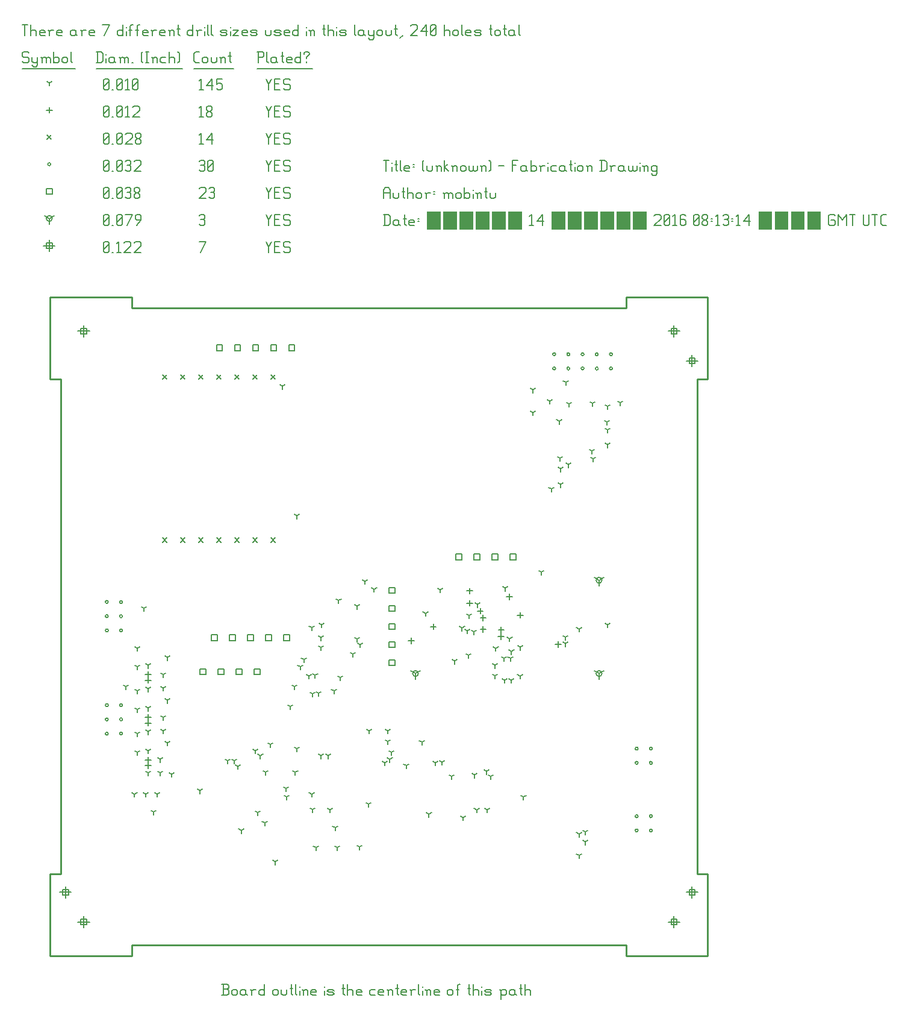
<source format=gbr>
G04 start of page 12 for group -3984 idx -3984 *
G04 Title: (unknown), fab *
G04 Creator: pcb 20140316 *
G04 CreationDate: Δευ 14 Μάρ 2016 08:13:14 μμ GMT UTC *
G04 For: mobintu *
G04 Format: Gerber/RS-274X *
G04 PCB-Dimensions (mm): 100.00 100.00 *
G04 PCB-Coordinate-Origin: lower left *
%MOMM*%
%FSLAX43Y43*%
%LNFAB*%
%ADD193C,0.002*%
%ADD192C,0.254*%
%ADD191C,0.191*%
%ADD190C,0.152*%
%ADD189C,0.203*%
%ADD188C,0.200*%
%ADD187C,0.200*%
G54D187*X3900Y84100D02*X5400D01*
X15400Y95600D02*Y94100D01*
X84900D01*
X3900Y84100D02*Y95600D01*
X15400D01*
X84900Y94100D02*Y95600D01*
X94900Y84100D02*Y14600D01*
Y84100D02*X96400D01*
G54D188*Y14600D02*X94900D01*
G54D187*X84900Y95600D02*X96400D01*
Y84100D01*
X5400Y14600D02*X3900D01*
X15400Y3100D02*Y4600D01*
X3900Y3100D02*X15400D01*
X3900D02*Y14600D01*
X5400Y84100D02*Y14600D01*
X15400Y4600D02*X84900D01*
Y3100D01*
X96400D01*
Y14600D01*
G54D189*X8650Y91663D02*Y90037D01*
X7837Y90850D02*X9463D01*
X8244Y91256D02*X9056D01*
X8244D02*Y90444D01*
X9056D01*
Y91256D02*Y90444D01*
X91650Y91663D02*Y90037D01*
X90837Y90850D02*X92463D01*
X91244Y91256D02*X92056D01*
X91244D02*Y90444D01*
X92056D01*
Y91256D02*Y90444D01*
X91650Y8663D02*Y7037D01*
X90837Y7850D02*X92463D01*
X91244Y8256D02*X92056D01*
X91244D02*Y7444D01*
X92056D01*
Y8256D02*Y7444D01*
X6100Y12833D02*Y11207D01*
X5287Y12020D02*X6912D01*
X5693Y12426D02*X6506D01*
X5693D02*Y11614D01*
X6506D01*
Y12426D02*Y11614D01*
X8650Y8663D02*Y7037D01*
X7837Y7850D02*X9463D01*
X8243Y8256D02*X9056D01*
X8243D02*Y7444D01*
X9056D01*
Y8256D02*Y7444D01*
X94200Y87493D02*Y85867D01*
X93387Y86680D02*X95013D01*
X93793Y87086D02*X94606D01*
X93793D02*Y86274D01*
X94606D01*
Y87086D02*Y86274D01*
X94200Y12833D02*Y11207D01*
X93387Y12020D02*X95013D01*
X93793Y12426D02*X94606D01*
X93793D02*Y11614D01*
X94606D01*
Y12426D02*Y11614D01*
X3810Y103670D02*Y102045D01*
X2997Y102858D02*X4623D01*
X3404Y103264D02*X4216D01*
X3404D02*Y102451D01*
X4216D01*
Y103264D02*Y102451D01*
G54D190*X34290Y103429D02*X34671Y102667D01*
X35052Y103429D01*
X34671Y102667D02*Y101905D01*
X35509Y102743D02*X36081D01*
X35509Y101905D02*X36271D01*
X35509Y103429D02*Y101905D01*
Y103429D02*X36271D01*
X37490D02*X37681Y103239D01*
X36919Y103429D02*X37490D01*
X36728Y103239D02*X36919Y103429D01*
X36728Y103239D02*Y102858D01*
X36919Y102667D01*
X37490D01*
X37681Y102477D01*
Y102096D01*
X37490Y101905D02*X37681Y102096D01*
X36919Y101905D02*X37490D01*
X36728Y102096D02*X36919Y101905D01*
X25082D02*X25844Y103429D01*
X24892D02*X25844D01*
X11430Y102096D02*X11620Y101905D01*
X11430Y103239D02*Y102096D01*
Y103239D02*X11620Y103429D01*
X12002D01*
X12192Y103239D01*
Y102096D01*
X12002Y101905D02*X12192Y102096D01*
X11620Y101905D02*X12002D01*
X11430Y102286D02*X12192Y103048D01*
X12649Y101905D02*X12840D01*
X13297Y103124D02*X13602Y103429D01*
Y101905D01*
X13297D02*X13868D01*
X14326Y103239D02*X14516Y103429D01*
X15088D01*
X15278Y103239D01*
Y102858D01*
X14326Y101905D02*X15278Y102858D01*
X14326Y101905D02*X15278D01*
X15735Y103239D02*X15926Y103429D01*
X16497D01*
X16688Y103239D01*
Y102858D01*
X15735Y101905D02*X16688Y102858D01*
X15735Y101905D02*X16688D01*
X81112Y55847D02*Y55034D01*
Y55847D02*X81816Y56253D01*
X81112Y55847D02*X80407Y56253D01*
X80705Y55847D02*G75*G03X81518Y55847I406J0D01*G01*
G75*G03X80705Y55847I-406J0D01*G01*
X55312Y42747D02*Y41934D01*
Y42747D02*X56016Y43153D01*
X55312Y42747D02*X54607Y43153D01*
X54905Y42747D02*G75*G03X55718Y42747I406J0D01*G01*
G75*G03X54905Y42747I-406J0D01*G01*
X81112D02*Y41934D01*
Y42747D02*X81816Y43153D01*
X81112Y42747D02*X80407Y43153D01*
X80705Y42747D02*G75*G03X81518Y42747I406J0D01*G01*
G75*G03X80705Y42747I-406J0D01*G01*
X3810Y106668D02*Y105855D01*
Y106668D02*X4514Y107074D01*
X3810Y106668D02*X3106Y107074D01*
X3404Y106668D02*G75*G03X4216Y106668I406J0D01*G01*
G75*G03X3404Y106668I-406J0D01*G01*
X34290Y107239D02*X34671Y106477D01*
X35052Y107239D01*
X34671Y106477D02*Y105715D01*
X35509Y106553D02*X36081D01*
X35509Y105715D02*X36271D01*
X35509Y107239D02*Y105715D01*
Y107239D02*X36271D01*
X37490D02*X37681Y107049D01*
X36919Y107239D02*X37490D01*
X36728Y107049D02*X36919Y107239D01*
X36728Y107049D02*Y106668D01*
X36919Y106477D01*
X37490D01*
X37681Y106287D01*
Y105906D01*
X37490Y105715D02*X37681Y105906D01*
X36919Y105715D02*X37490D01*
X36728Y105906D02*X36919Y105715D01*
X24892Y107049D02*X25082Y107239D01*
X25464D01*
X25654Y107049D01*
X25464Y105715D02*X25654Y105906D01*
X25082Y105715D02*X25464D01*
X24892Y105906D02*X25082Y105715D01*
Y106553D02*X25464D01*
X25654Y107049D02*Y106744D01*
Y106363D02*Y105906D01*
Y106363D02*X25464Y106553D01*
X25654Y106744D02*X25464Y106553D01*
X11430Y105906D02*X11620Y105715D01*
X11430Y107049D02*Y105906D01*
Y107049D02*X11620Y107239D01*
X12002D01*
X12192Y107049D01*
Y105906D01*
X12002Y105715D02*X12192Y105906D01*
X11620Y105715D02*X12002D01*
X11430Y106096D02*X12192Y106858D01*
X12649Y105715D02*X12840D01*
X13297Y105906D02*X13487Y105715D01*
X13297Y107049D02*Y105906D01*
Y107049D02*X13487Y107239D01*
X13868D01*
X14059Y107049D01*
Y105906D01*
X13868Y105715D02*X14059Y105906D01*
X13487Y105715D02*X13868D01*
X13297Y106096D02*X14059Y106858D01*
X14707Y105715D02*X15469Y107239D01*
X14516D02*X15469D01*
X16116Y105715D02*X16688Y106477D01*
Y107049D02*Y106477D01*
X16497Y107239D02*X16688Y107049D01*
X16116Y107239D02*X16497D01*
X15926Y107049D02*X16116Y107239D01*
X15926Y107049D02*Y106668D01*
X16116Y106477D01*
X16688D01*
X24993Y43406D02*X25806D01*
X24993D02*Y42594D01*
X25806D01*
Y43406D02*Y42594D01*
X27533Y43406D02*X28346D01*
X27533D02*Y42594D01*
X28346D01*
Y43406D02*Y42594D01*
X30073Y43406D02*X30886D01*
X30073D02*Y42594D01*
X30886D01*
Y43406D02*Y42594D01*
X32613Y43406D02*X33426D01*
X32613D02*Y42594D01*
X33426D01*
Y43406D02*Y42594D01*
X61013Y59556D02*X61826D01*
X61013D02*Y58744D01*
X61826D01*
Y59556D02*Y58744D01*
X63553Y59556D02*X64366D01*
X63553D02*Y58744D01*
X64366D01*
Y59556D02*Y58744D01*
X66093Y59556D02*X66906D01*
X66093D02*Y58744D01*
X66906D01*
Y59556D02*Y58744D01*
X68633Y59556D02*X69446D01*
X68633D02*Y58744D01*
X69446D01*
Y59556D02*Y58744D01*
X51593Y54836D02*X52406D01*
X51593D02*Y54024D01*
X52406D01*
Y54836D02*Y54024D01*
X51593Y52296D02*X52406D01*
X51593D02*Y51484D01*
X52406D01*
Y52296D02*Y51484D01*
X51593Y49756D02*X52406D01*
X51593D02*Y48944D01*
X52406D01*
Y49756D02*Y48944D01*
X51593Y47216D02*X52406D01*
X51593D02*Y46404D01*
X52406D01*
Y47216D02*Y46404D01*
X51593Y44676D02*X52406D01*
X51593D02*Y43864D01*
X52406D01*
Y44676D02*Y43864D01*
X37513Y88906D02*X38326D01*
X37513D02*Y88094D01*
X38326D01*
Y88906D02*Y88094D01*
X34973Y88906D02*X35786D01*
X34973D02*Y88094D01*
X35786D01*
Y88906D02*Y88094D01*
X32433Y88906D02*X33246D01*
X32433D02*Y88094D01*
X33246D01*
Y88906D02*Y88094D01*
X29893Y88906D02*X30706D01*
X29893D02*Y88094D01*
X30706D01*
Y88906D02*Y88094D01*
X27353Y88906D02*X28166D01*
X27353D02*Y88094D01*
X28166D01*
Y88906D02*Y88094D01*
X26633Y48206D02*X27446D01*
X26633D02*Y47394D01*
X27446D01*
Y48206D02*Y47394D01*
X29173Y48206D02*X29986D01*
X29173D02*Y47394D01*
X29986D01*
Y48206D02*Y47394D01*
X31713Y48206D02*X32526D01*
X31713D02*Y47394D01*
X32526D01*
Y48206D02*Y47394D01*
X34253Y48206D02*X35066D01*
X34253D02*Y47394D01*
X35066D01*
Y48206D02*Y47394D01*
X36793Y48206D02*X37606D01*
X36793D02*Y47394D01*
X37606D01*
Y48206D02*Y47394D01*
X3404Y110884D02*X4216D01*
X3404D02*Y110071D01*
X4216D01*
Y110884D02*Y110071D01*
X34290Y111049D02*X34671Y110287D01*
X35052Y111049D01*
X34671Y110287D02*Y109525D01*
X35509Y110363D02*X36081D01*
X35509Y109525D02*X36271D01*
X35509Y111049D02*Y109525D01*
Y111049D02*X36271D01*
X37490D02*X37681Y110859D01*
X36919Y111049D02*X37490D01*
X36728Y110859D02*X36919Y111049D01*
X36728Y110859D02*Y110478D01*
X36919Y110287D01*
X37490D01*
X37681Y110097D01*
Y109716D01*
X37490Y109525D02*X37681Y109716D01*
X36919Y109525D02*X37490D01*
X36728Y109716D02*X36919Y109525D01*
X24892Y110859D02*X25082Y111049D01*
X25654D01*
X25844Y110859D01*
Y110478D01*
X24892Y109525D02*X25844Y110478D01*
X24892Y109525D02*X25844D01*
X26302Y110859D02*X26492Y111049D01*
X26873D01*
X27064Y110859D01*
X26873Y109525D02*X27064Y109716D01*
X26492Y109525D02*X26873D01*
X26302Y109716D02*X26492Y109525D01*
Y110363D02*X26873D01*
X27064Y110859D02*Y110554D01*
Y110173D02*Y109716D01*
Y110173D02*X26873Y110363D01*
X27064Y110554D02*X26873Y110363D01*
X11430Y109716D02*X11620Y109525D01*
X11430Y110859D02*Y109716D01*
Y110859D02*X11620Y111049D01*
X12002D01*
X12192Y110859D01*
Y109716D01*
X12002Y109525D02*X12192Y109716D01*
X11620Y109525D02*X12002D01*
X11430Y109906D02*X12192Y110668D01*
X12649Y109525D02*X12840D01*
X13297Y109716D02*X13487Y109525D01*
X13297Y110859D02*Y109716D01*
Y110859D02*X13487Y111049D01*
X13868D01*
X14059Y110859D01*
Y109716D01*
X13868Y109525D02*X14059Y109716D01*
X13487Y109525D02*X13868D01*
X13297Y109906D02*X14059Y110668D01*
X14516Y110859D02*X14707Y111049D01*
X15088D01*
X15278Y110859D01*
X15088Y109525D02*X15278Y109716D01*
X14707Y109525D02*X15088D01*
X14516Y109716D02*X14707Y109525D01*
Y110363D02*X15088D01*
X15278Y110859D02*Y110554D01*
Y110173D02*Y109716D01*
Y110173D02*X15088Y110363D01*
X15278Y110554D02*X15088Y110363D01*
X15735Y109716D02*X15926Y109525D01*
X15735Y110020D02*Y109716D01*
Y110020D02*X16002Y110287D01*
X16231D01*
X16497Y110020D01*
Y109716D01*
X16307Y109525D02*X16497Y109716D01*
X15926Y109525D02*X16307D01*
X15735Y110554D02*X16002Y110287D01*
X15735Y110859D02*Y110554D01*
Y110859D02*X15926Y111049D01*
X16307D01*
X16497Y110859D01*
Y110554D01*
X16231Y110287D02*X16497Y110554D01*
X88197Y32200D02*G75*G03X88603Y32200I203J0D01*G01*
G75*G03X88197Y32200I-203J0D01*G01*
X86197D02*G75*G03X86603Y32200I203J0D01*G01*
G75*G03X86197Y32200I-203J0D01*G01*
X88197Y30200D02*G75*G03X88603Y30200I203J0D01*G01*
G75*G03X88197Y30200I-203J0D01*G01*
X86197D02*G75*G03X86603Y30200I203J0D01*G01*
G75*G03X86197Y30200I-203J0D01*G01*
X88197Y22700D02*G75*G03X88603Y22700I203J0D01*G01*
G75*G03X88197Y22700I-203J0D01*G01*
X86197D02*G75*G03X86603Y22700I203J0D01*G01*
G75*G03X86197Y22700I-203J0D01*G01*
X88197Y20700D02*G75*G03X88603Y20700I203J0D01*G01*
G75*G03X88197Y20700I-203J0D01*G01*
X86197D02*G75*G03X86603Y20700I203J0D01*G01*
G75*G03X86197Y20700I-203J0D01*G01*
X74597Y85600D02*G75*G03X75003Y85600I203J0D01*G01*
G75*G03X74597Y85600I-203J0D01*G01*
Y87600D02*G75*G03X75003Y87600I203J0D01*G01*
G75*G03X74597Y87600I-203J0D01*G01*
X76597Y85600D02*G75*G03X77003Y85600I203J0D01*G01*
G75*G03X76597Y85600I-203J0D01*G01*
Y87600D02*G75*G03X77003Y87600I203J0D01*G01*
G75*G03X76597Y87600I-203J0D01*G01*
X78597Y85600D02*G75*G03X79003Y85600I203J0D01*G01*
G75*G03X78597Y85600I-203J0D01*G01*
Y87600D02*G75*G03X79003Y87600I203J0D01*G01*
G75*G03X78597Y87600I-203J0D01*G01*
X80597Y85600D02*G75*G03X81003Y85600I203J0D01*G01*
G75*G03X80597Y85600I-203J0D01*G01*
Y87600D02*G75*G03X81003Y87600I203J0D01*G01*
G75*G03X80597Y87600I-203J0D01*G01*
X82597Y85600D02*G75*G03X83003Y85600I203J0D01*G01*
G75*G03X82597Y85600I-203J0D01*G01*
Y87600D02*G75*G03X83003Y87600I203J0D01*G01*
G75*G03X82597Y87600I-203J0D01*G01*
X11697Y34300D02*G75*G03X12103Y34300I203J0D01*G01*
G75*G03X11697Y34300I-203J0D01*G01*
X13697D02*G75*G03X14103Y34300I203J0D01*G01*
G75*G03X13697Y34300I-203J0D01*G01*
X11697Y36300D02*G75*G03X12103Y36300I203J0D01*G01*
G75*G03X11697Y36300I-203J0D01*G01*
X13697D02*G75*G03X14103Y36300I203J0D01*G01*
G75*G03X13697Y36300I-203J0D01*G01*
X11697Y38300D02*G75*G03X12103Y38300I203J0D01*G01*
G75*G03X11697Y38300I-203J0D01*G01*
X13697D02*G75*G03X14103Y38300I203J0D01*G01*
G75*G03X13697Y38300I-203J0D01*G01*
Y52800D02*G75*G03X14103Y52800I203J0D01*G01*
G75*G03X13697Y52800I-203J0D01*G01*
X11697D02*G75*G03X12103Y52800I203J0D01*G01*
G75*G03X11697Y52800I-203J0D01*G01*
X13697Y50800D02*G75*G03X14103Y50800I203J0D01*G01*
G75*G03X13697Y50800I-203J0D01*G01*
X11697D02*G75*G03X12103Y50800I203J0D01*G01*
G75*G03X11697Y50800I-203J0D01*G01*
X13697Y48800D02*G75*G03X14103Y48800I203J0D01*G01*
G75*G03X13697Y48800I-203J0D01*G01*
X11697D02*G75*G03X12103Y48800I203J0D01*G01*
G75*G03X11697Y48800I-203J0D01*G01*
X3607Y114288D02*G75*G03X4013Y114288I203J0D01*G01*
G75*G03X3607Y114288I-203J0D01*G01*
X34290Y114859D02*X34671Y114097D01*
X35052Y114859D01*
X34671Y114097D02*Y113335D01*
X35509Y114173D02*X36081D01*
X35509Y113335D02*X36271D01*
X35509Y114859D02*Y113335D01*
Y114859D02*X36271D01*
X37490D02*X37681Y114669D01*
X36919Y114859D02*X37490D01*
X36728Y114669D02*X36919Y114859D01*
X36728Y114669D02*Y114288D01*
X36919Y114097D01*
X37490D01*
X37681Y113907D01*
Y113526D01*
X37490Y113335D02*X37681Y113526D01*
X36919Y113335D02*X37490D01*
X36728Y113526D02*X36919Y113335D01*
X24892Y114669D02*X25082Y114859D01*
X25464D01*
X25654Y114669D01*
X25464Y113335D02*X25654Y113526D01*
X25082Y113335D02*X25464D01*
X24892Y113526D02*X25082Y113335D01*
Y114173D02*X25464D01*
X25654Y114669D02*Y114364D01*
Y113983D02*Y113526D01*
Y113983D02*X25464Y114173D01*
X25654Y114364D02*X25464Y114173D01*
X26111Y113526D02*X26302Y113335D01*
X26111Y114669D02*Y113526D01*
Y114669D02*X26302Y114859D01*
X26683D01*
X26873Y114669D01*
Y113526D01*
X26683Y113335D02*X26873Y113526D01*
X26302Y113335D02*X26683D01*
X26111Y113716D02*X26873Y114478D01*
X11430Y113526D02*X11620Y113335D01*
X11430Y114669D02*Y113526D01*
Y114669D02*X11620Y114859D01*
X12002D01*
X12192Y114669D01*
Y113526D01*
X12002Y113335D02*X12192Y113526D01*
X11620Y113335D02*X12002D01*
X11430Y113716D02*X12192Y114478D01*
X12649Y113335D02*X12840D01*
X13297Y113526D02*X13487Y113335D01*
X13297Y114669D02*Y113526D01*
Y114669D02*X13487Y114859D01*
X13868D01*
X14059Y114669D01*
Y113526D01*
X13868Y113335D02*X14059Y113526D01*
X13487Y113335D02*X13868D01*
X13297Y113716D02*X14059Y114478D01*
X14516Y114669D02*X14707Y114859D01*
X15088D01*
X15278Y114669D01*
X15088Y113335D02*X15278Y113526D01*
X14707Y113335D02*X15088D01*
X14516Y113526D02*X14707Y113335D01*
Y114173D02*X15088D01*
X15278Y114669D02*Y114364D01*
Y113983D02*Y113526D01*
Y113983D02*X15088Y114173D01*
X15278Y114364D02*X15088Y114173D01*
X15735Y114669D02*X15926Y114859D01*
X16497D01*
X16688Y114669D01*
Y114288D01*
X15735Y113335D02*X16688Y114288D01*
X15735Y113335D02*X16688D01*
X34995Y84705D02*X35605Y84095D01*
X34995D02*X35605Y84705D01*
X32455D02*X33065Y84095D01*
X32455D02*X33065Y84705D01*
X29915D02*X30525Y84095D01*
X29915D02*X30525Y84705D01*
X27375D02*X27985Y84095D01*
X27375D02*X27985Y84705D01*
X24835D02*X25445Y84095D01*
X24835D02*X25445Y84705D01*
X22295D02*X22905Y84095D01*
X22295D02*X22905Y84705D01*
X19755D02*X20365Y84095D01*
X19755D02*X20365Y84705D01*
X19755Y61805D02*X20365Y61195D01*
X19755D02*X20365Y61805D01*
X22295D02*X22905Y61195D01*
X22295D02*X22905Y61805D01*
X24835D02*X25445Y61195D01*
X24835D02*X25445Y61805D01*
X27375D02*X27985Y61195D01*
X27375D02*X27985Y61805D01*
X29915D02*X30525Y61195D01*
X29915D02*X30525Y61805D01*
X32455D02*X33065Y61195D01*
X32455D02*X33065Y61805D01*
X34995D02*X35605Y61195D01*
X34995D02*X35605Y61805D01*
X3505Y118402D02*X4115Y117793D01*
X3505D02*X4115Y118402D01*
X34290Y118669D02*X34671Y117907D01*
X35052Y118669D01*
X34671Y117907D02*Y117145D01*
X35509Y117983D02*X36081D01*
X35509Y117145D02*X36271D01*
X35509Y118669D02*Y117145D01*
Y118669D02*X36271D01*
X37490D02*X37681Y118479D01*
X36919Y118669D02*X37490D01*
X36728Y118479D02*X36919Y118669D01*
X36728Y118479D02*Y118098D01*
X36919Y117907D01*
X37490D01*
X37681Y117717D01*
Y117336D01*
X37490Y117145D02*X37681Y117336D01*
X36919Y117145D02*X37490D01*
X36728Y117336D02*X36919Y117145D01*
X24892Y118364D02*X25197Y118669D01*
Y117145D01*
X24892D02*X25464D01*
X25921Y117717D02*X26683Y118669D01*
X25921Y117717D02*X26873D01*
X26683Y118669D02*Y117145D01*
X11430Y117336D02*X11620Y117145D01*
X11430Y118479D02*Y117336D01*
Y118479D02*X11620Y118669D01*
X12002D01*
X12192Y118479D01*
Y117336D01*
X12002Y117145D02*X12192Y117336D01*
X11620Y117145D02*X12002D01*
X11430Y117526D02*X12192Y118288D01*
X12649Y117145D02*X12840D01*
X13297Y117336D02*X13487Y117145D01*
X13297Y118479D02*Y117336D01*
Y118479D02*X13487Y118669D01*
X13868D01*
X14059Y118479D01*
Y117336D01*
X13868Y117145D02*X14059Y117336D01*
X13487Y117145D02*X13868D01*
X13297Y117526D02*X14059Y118288D01*
X14516Y118479D02*X14707Y118669D01*
X15278D01*
X15469Y118479D01*
Y118098D01*
X14516Y117145D02*X15469Y118098D01*
X14516Y117145D02*X15469D01*
X15926Y117336D02*X16116Y117145D01*
X15926Y117640D02*Y117336D01*
Y117640D02*X16193Y117907D01*
X16421D01*
X16688Y117640D01*
Y117336D01*
X16497Y117145D02*X16688Y117336D01*
X16116Y117145D02*X16497D01*
X15926Y118174D02*X16193Y117907D01*
X15926Y118479D02*Y118174D01*
Y118479D02*X16116Y118669D01*
X16497D01*
X16688Y118479D01*
Y118174D01*
X16421Y117907D02*X16688Y118174D01*
X17700Y30206D02*Y29393D01*
X17293Y29800D02*X18106D01*
X17700Y31006D02*Y30193D01*
X17293Y30600D02*X18106D01*
X17700Y42206D02*Y41394D01*
X17293Y41800D02*X18106D01*
X17700Y43007D02*Y42194D01*
X17293Y42600D02*X18106D01*
X17700Y36206D02*Y35394D01*
X17293Y35800D02*X18106D01*
X17700Y37007D02*Y36194D01*
X17293Y36600D02*X18106D01*
X68511Y53953D02*Y53141D01*
X68105Y53547D02*X68918D01*
X70012Y51353D02*Y50540D01*
X69605Y50947D02*X70418D01*
X64811Y51003D02*Y50190D01*
X64405Y50597D02*X65218D01*
X67362Y49303D02*Y48490D01*
X66955Y48897D02*X67768D01*
X67312Y48353D02*Y47540D01*
X66905Y47947D02*X67718D01*
X64811Y49353D02*Y48540D01*
X64405Y48947D02*X65218D01*
X62911Y53053D02*Y52240D01*
X62505Y52647D02*X63318D01*
X62911Y54753D02*Y53940D01*
X62505Y54347D02*X63318D01*
X57811Y49753D02*Y48940D01*
X57405Y49347D02*X58218D01*
X64411Y51954D02*Y51141D01*
X64005Y51547D02*X64818D01*
X75350Y47256D02*Y46444D01*
X74943Y46850D02*X75756D01*
X54712Y47754D02*Y46941D01*
X54305Y47347D02*X55118D01*
X3810Y122314D02*Y121501D01*
X3404Y121908D02*X4216D01*
X34290Y122479D02*X34671Y121717D01*
X35052Y122479D01*
X34671Y121717D02*Y120955D01*
X35509Y121793D02*X36081D01*
X35509Y120955D02*X36271D01*
X35509Y122479D02*Y120955D01*
Y122479D02*X36271D01*
X37490D02*X37681Y122289D01*
X36919Y122479D02*X37490D01*
X36728Y122289D02*X36919Y122479D01*
X36728Y122289D02*Y121908D01*
X36919Y121717D01*
X37490D01*
X37681Y121527D01*
Y121146D01*
X37490Y120955D02*X37681Y121146D01*
X36919Y120955D02*X37490D01*
X36728Y121146D02*X36919Y120955D01*
X24892Y122174D02*X25197Y122479D01*
Y120955D01*
X24892D02*X25464D01*
X25921Y121146D02*X26111Y120955D01*
X25921Y121450D02*Y121146D01*
Y121450D02*X26187Y121717D01*
X26416D01*
X26683Y121450D01*
Y121146D01*
X26492Y120955D02*X26683Y121146D01*
X26111Y120955D02*X26492D01*
X25921Y121984D02*X26187Y121717D01*
X25921Y122289D02*Y121984D01*
Y122289D02*X26111Y122479D01*
X26492D01*
X26683Y122289D01*
Y121984D01*
X26416Y121717D02*X26683Y121984D01*
X11430Y121146D02*X11620Y120955D01*
X11430Y122289D02*Y121146D01*
Y122289D02*X11620Y122479D01*
X12002D01*
X12192Y122289D01*
Y121146D01*
X12002Y120955D02*X12192Y121146D01*
X11620Y120955D02*X12002D01*
X11430Y121336D02*X12192Y122098D01*
X12649Y120955D02*X12840D01*
X13297Y121146D02*X13487Y120955D01*
X13297Y122289D02*Y121146D01*
Y122289D02*X13487Y122479D01*
X13868D01*
X14059Y122289D01*
Y121146D01*
X13868Y120955D02*X14059Y121146D01*
X13487Y120955D02*X13868D01*
X13297Y121336D02*X14059Y122098D01*
X14516Y122174D02*X14821Y122479D01*
Y120955D01*
X14516D02*X15088D01*
X15545Y122289D02*X15735Y122479D01*
X16307D01*
X16497Y122289D01*
Y121908D01*
X15545Y120955D02*X16497Y121908D01*
X15545Y120955D02*X16497D01*
X18500Y23300D02*Y22894D01*
Y23300D02*X18852Y23503D01*
X18500Y23300D02*X18147Y23503D01*
X21000Y28600D02*Y28194D01*
Y28600D02*X21352Y28803D01*
X21000Y28600D02*X20648Y28803D01*
X19000Y25800D02*Y25394D01*
Y25800D02*X19352Y26003D01*
X19000Y25800D02*X18648Y26003D01*
X17400Y25800D02*Y25394D01*
Y25800D02*X17752Y26003D01*
X17400Y25800D02*X17047Y26003D01*
X37100Y26600D02*Y26194D01*
Y26600D02*X37452Y26803D01*
X37100Y26600D02*X36747Y26803D01*
X35600Y16300D02*Y15894D01*
Y16300D02*X35952Y16503D01*
X35600Y16300D02*X35248Y16503D01*
X51400Y33200D02*Y32794D01*
Y33200D02*X51752Y33403D01*
X51400Y33200D02*X51048Y33403D01*
X51400Y34700D02*Y34294D01*
Y34700D02*X51752Y34903D01*
X51400Y34700D02*X51048Y34903D01*
X37200Y25400D02*Y24994D01*
Y25400D02*X37552Y25603D01*
X37200Y25400D02*X36847Y25603D01*
X40850Y23650D02*Y23244D01*
Y23650D02*X41202Y23853D01*
X40850Y23650D02*X40497Y23853D01*
X40700Y25800D02*Y25394D01*
Y25800D02*X41052Y26003D01*
X40700Y25800D02*X40348Y26003D01*
X38400Y28900D02*Y28494D01*
Y28900D02*X38752Y29103D01*
X38400Y28900D02*X38048Y29103D01*
X25000Y26300D02*Y25894D01*
Y26300D02*X25352Y26503D01*
X25000Y26300D02*X24648Y26503D01*
X37700Y38100D02*Y37694D01*
Y38100D02*X38052Y38303D01*
X37700Y38100D02*X37348Y38303D01*
X34200Y28900D02*Y28494D01*
Y28900D02*X34552Y29103D01*
X34200Y28900D02*X33847Y29103D01*
X41300Y18300D02*Y17894D01*
Y18300D02*X41652Y18503D01*
X41300Y18300D02*X40948Y18503D01*
X44300Y18300D02*Y17894D01*
Y18300D02*X44652Y18503D01*
X44300Y18300D02*X43948Y18503D01*
X44000Y21100D02*Y20694D01*
Y21100D02*X44352Y21303D01*
X44000Y21100D02*X43648Y21303D01*
X48678Y24409D02*Y24003D01*
Y24409D02*X49030Y24612D01*
X48678Y24409D02*X48326Y24612D01*
X43300Y23600D02*Y23194D01*
Y23600D02*X43652Y23803D01*
X43300Y23600D02*X42948Y23803D01*
X38600Y32200D02*Y31794D01*
Y32200D02*X38952Y32403D01*
X38600Y32200D02*X38248Y32403D01*
X34900Y32800D02*Y32394D01*
Y32800D02*X35252Y33003D01*
X34900Y32800D02*X34548Y33003D01*
X33100Y23200D02*Y22794D01*
Y23200D02*X33452Y23403D01*
X33100Y23200D02*X32748Y23403D01*
X80200Y80700D02*Y80294D01*
Y80700D02*X80552Y80903D01*
X80200Y80700D02*X79848Y80903D01*
X76434Y83642D02*Y83236D01*
Y83642D02*X76787Y83846D01*
X76434Y83642D02*X76082Y83846D01*
X76900Y80600D02*Y80194D01*
Y80600D02*X77252Y80804D01*
X76900Y80600D02*X76548Y80804D01*
X74200Y81000D02*Y80594D01*
Y81000D02*X74552Y81203D01*
X74200Y81000D02*X73848Y81203D01*
X75500Y78200D02*Y77794D01*
Y78200D02*X75852Y78403D01*
X75500Y78200D02*X75148Y78403D01*
X82300Y80300D02*Y79894D01*
Y80300D02*X82652Y80503D01*
X82300Y80300D02*X81948Y80503D01*
X82200Y78100D02*Y77694D01*
Y78100D02*X82552Y78303D01*
X82200Y78100D02*X81848Y78303D01*
X82300Y77000D02*Y76594D01*
Y77000D02*X82652Y77203D01*
X82300Y77000D02*X81948Y77203D01*
X84100Y80800D02*Y80394D01*
Y80800D02*X84452Y81003D01*
X84100Y80800D02*X83748Y81003D01*
X76800Y72100D02*Y71694D01*
Y72100D02*X77152Y72303D01*
X76800Y72100D02*X76448Y72303D01*
X80300Y72900D02*Y72494D01*
Y72900D02*X80652Y73103D01*
X80300Y72900D02*X79948Y73103D01*
X80100Y74000D02*Y73594D01*
Y74000D02*X80452Y74203D01*
X80100Y74000D02*X79748Y74203D01*
X75600Y73000D02*Y72594D01*
Y73000D02*X75952Y73203D01*
X75600Y73000D02*X75248Y73203D01*
X71800Y79400D02*Y78994D01*
Y79400D02*X72152Y79603D01*
X71800Y79400D02*X71448Y79603D01*
X82300Y74900D02*Y74494D01*
Y74900D02*X82652Y75103D01*
X82300Y74900D02*X81948Y75103D01*
X71800Y82600D02*Y82194D01*
Y82600D02*X72152Y82804D01*
X71800Y82600D02*X71448Y82804D01*
X17700Y28800D02*Y28394D01*
Y28800D02*X18052Y29003D01*
X17700Y28800D02*X17348Y29003D01*
X19400Y28800D02*Y28394D01*
Y28800D02*X19752Y29003D01*
X19400Y28800D02*X19048Y29003D01*
X17700Y31900D02*Y31494D01*
Y31900D02*X18052Y32103D01*
X17700Y31900D02*X17348Y32103D01*
X17700Y34600D02*Y34194D01*
Y34600D02*X18052Y34803D01*
X17700Y34600D02*X17348Y34803D01*
X17700Y37900D02*Y37494D01*
Y37900D02*X18052Y38103D01*
X17700Y37900D02*X17348Y38103D01*
X17700Y40600D02*Y40194D01*
Y40600D02*X18052Y40803D01*
X17700Y40600D02*X17348Y40803D01*
X17700Y43900D02*Y43494D01*
Y43900D02*X18052Y44103D01*
X17700Y43900D02*X17348Y44103D01*
X20400Y33000D02*Y32594D01*
Y33000D02*X20752Y33203D01*
X20400Y33000D02*X20048Y33203D01*
X20400Y39000D02*Y38594D01*
Y39000D02*X20752Y39203D01*
X20400Y39000D02*X20048Y39203D01*
X19800Y40700D02*Y40294D01*
Y40700D02*X20152Y40903D01*
X19800Y40700D02*X19448Y40903D01*
X19800Y42600D02*Y42194D01*
Y42600D02*X20152Y42803D01*
X19800Y42600D02*X19448Y42803D01*
X19800Y34700D02*Y34294D01*
Y34700D02*X20152Y34903D01*
X19800Y34700D02*X19448Y34903D01*
X19800Y36600D02*Y36194D01*
Y36600D02*X20152Y36803D01*
X19800Y36600D02*X19448Y36803D01*
X20400Y45000D02*Y44594D01*
Y45000D02*X20752Y45203D01*
X20400Y45000D02*X20048Y45203D01*
X19400Y30700D02*Y30294D01*
Y30700D02*X19752Y30903D01*
X19400Y30700D02*X19048Y30903D01*
X14600Y40900D02*Y40494D01*
Y40900D02*X14952Y41103D01*
X14600Y40900D02*X14248Y41103D01*
X16200Y40300D02*Y39894D01*
Y40300D02*X16552Y40503D01*
X16200Y40300D02*X15848Y40503D01*
X16200Y37700D02*Y37294D01*
Y37700D02*X16552Y37903D01*
X16200Y37700D02*X15848Y37903D01*
X16200Y43700D02*Y43294D01*
Y43700D02*X16552Y43903D01*
X16200Y43700D02*X15848Y43903D01*
X16200Y34300D02*Y33894D01*
Y34300D02*X16552Y34503D01*
X16200Y34300D02*X15848Y34503D01*
X16200Y31700D02*Y31294D01*
Y31700D02*X16552Y31903D01*
X16200Y31700D02*X15848Y31903D01*
X16200Y46300D02*Y45894D01*
Y46300D02*X16552Y46503D01*
X16200Y46300D02*X15848Y46503D01*
X30300Y29700D02*Y29294D01*
Y29700D02*X30652Y29903D01*
X30300Y29700D02*X29948Y29903D01*
X29800Y30500D02*Y30094D01*
Y30500D02*X30152Y30703D01*
X29800Y30500D02*X29448Y30703D01*
X28900Y30500D02*Y30094D01*
Y30500D02*X29252Y30703D01*
X28900Y30500D02*X28548Y30703D01*
X47500Y46800D02*Y46394D01*
Y46800D02*X47852Y47003D01*
X47500Y46800D02*X47148Y47003D01*
X51900Y31700D02*Y31294D01*
Y31700D02*X52252Y31903D01*
X51900Y31700D02*X51548Y31903D01*
X51700Y30700D02*Y30294D01*
Y30700D02*X52052Y30903D01*
X51700Y30700D02*X51348Y30903D01*
X65900Y28300D02*Y27894D01*
Y28300D02*X66252Y28503D01*
X65900Y28300D02*X65548Y28503D01*
X59000Y30300D02*Y29894D01*
Y30300D02*X59352Y30503D01*
X59000Y30300D02*X58648Y30503D01*
X60400Y28300D02*Y27894D01*
Y28300D02*X60752Y28503D01*
X60400Y28300D02*X60048Y28503D01*
X65400Y23600D02*Y23194D01*
Y23600D02*X65752Y23803D01*
X65400Y23600D02*X65048Y23803D01*
X63900Y23600D02*Y23194D01*
Y23600D02*X64252Y23803D01*
X63900Y23600D02*X63548Y23803D01*
X63600Y28500D02*Y28094D01*
Y28500D02*X63952Y28703D01*
X63600Y28500D02*X63248Y28703D01*
X57200Y23000D02*Y22594D01*
Y23000D02*X57552Y23203D01*
X57200Y23000D02*X56848Y23203D01*
X62000Y22500D02*Y22094D01*
Y22500D02*X62352Y22703D01*
X62000Y22500D02*X61648Y22703D01*
X58100Y30200D02*Y29794D01*
Y30200D02*X58452Y30403D01*
X58100Y30200D02*X57748Y30403D01*
X65300Y29000D02*Y28594D01*
Y29000D02*X65652Y29203D01*
X65300Y29000D02*X64948Y29203D01*
X70500Y25400D02*Y24994D01*
Y25400D02*X70852Y25603D01*
X70500Y25400D02*X70148Y25603D01*
X47400Y18400D02*Y17994D01*
Y18400D02*X47752Y18603D01*
X47400Y18400D02*X47048Y18603D01*
X78300Y17200D02*Y16794D01*
Y17200D02*X78652Y17403D01*
X78300Y17200D02*X77948Y17403D01*
X79200Y19100D02*Y18694D01*
Y19100D02*X79552Y19303D01*
X79200Y19100D02*X78848Y19303D01*
X79200Y20500D02*Y20094D01*
Y20500D02*X79552Y20703D01*
X79200Y20500D02*X78848Y20703D01*
X78300Y20200D02*Y19794D01*
Y20200D02*X78652Y20403D01*
X78300Y20200D02*X77948Y20403D01*
X36600Y83100D02*Y82694D01*
Y83100D02*X36952Y83303D01*
X36600Y83100D02*X36248Y83303D01*
X38600Y64900D02*Y64494D01*
Y64900D02*X38952Y65103D01*
X38600Y64900D02*X38248Y65103D01*
X42000Y46400D02*Y45994D01*
Y46400D02*X42352Y46603D01*
X42000Y46400D02*X41648Y46603D01*
X42000Y47800D02*Y47394D01*
Y47800D02*X42352Y48003D01*
X42000Y47800D02*X41648Y48003D01*
X38300Y40900D02*Y40494D01*
Y40900D02*X38652Y41103D01*
X38300Y40900D02*X37948Y41103D01*
X17100Y51900D02*Y51494D01*
Y51900D02*X17452Y52103D01*
X17100Y51900D02*X16748Y52103D01*
X47100Y52200D02*Y51794D01*
Y52200D02*X47452Y52403D01*
X47100Y52200D02*X46748Y52403D01*
X49500Y54600D02*Y54194D01*
Y54600D02*X49852Y54803D01*
X49500Y54600D02*X49148Y54803D01*
X44500Y53000D02*Y52594D01*
Y53000D02*X44852Y53203D01*
X44500Y53000D02*X44148Y53203D01*
X40700Y49200D02*Y48794D01*
Y49200D02*X41052Y49403D01*
X40700Y49200D02*X40348Y49403D01*
X40300Y42400D02*Y41994D01*
Y42400D02*X40652Y42603D01*
X40300Y42400D02*X39948Y42603D01*
X40800Y39900D02*Y39494D01*
Y39900D02*X41152Y40103D01*
X40800Y39900D02*X40448Y40103D01*
X41200Y42500D02*Y42094D01*
Y42500D02*X41552Y42703D01*
X41200Y42500D02*X40848Y42703D01*
X41700Y40000D02*Y39594D01*
Y40000D02*X42052Y40203D01*
X41700Y40000D02*X41348Y40203D01*
X42100Y49600D02*Y49194D01*
Y49600D02*X42452Y49803D01*
X42100Y49600D02*X41748Y49803D01*
X48200Y55700D02*Y55294D01*
Y55700D02*X48552Y55903D01*
X48200Y55700D02*X47848Y55903D01*
X75700Y69300D02*Y68894D01*
Y69300D02*X76052Y69503D01*
X75700Y69300D02*X75348Y69503D01*
X75700Y71500D02*Y71094D01*
Y71500D02*X76052Y71703D01*
X75700Y71500D02*X75348Y71703D01*
X74400Y68700D02*Y68294D01*
Y68700D02*X74752Y68903D01*
X74400Y68700D02*X74048Y68903D01*
X48800Y34700D02*Y34294D01*
Y34700D02*X49152Y34903D01*
X48800Y34700D02*X48448Y34903D01*
X56200Y33100D02*Y32694D01*
Y33100D02*X56552Y33303D01*
X56200Y33100D02*X55848Y33303D01*
X51000Y30200D02*Y29794D01*
Y30200D02*X51352Y30403D01*
X51000Y30200D02*X50648Y30403D01*
X54000Y29800D02*Y29394D01*
Y29800D02*X54352Y30003D01*
X54000Y29800D02*X53648Y30003D01*
X15800Y25800D02*Y25394D01*
Y25800D02*X16152Y26003D01*
X15800Y25800D02*X15448Y26003D01*
X47100Y47600D02*Y47194D01*
Y47600D02*X47452Y47803D01*
X47100Y47600D02*X46748Y47803D01*
X76400Y46950D02*Y46544D01*
Y46950D02*X76752Y47153D01*
X76400Y46950D02*X76048Y47153D01*
X76400Y47850D02*Y47444D01*
Y47850D02*X76752Y48053D01*
X76400Y47850D02*X76048Y48053D01*
X61860Y49150D02*Y48744D01*
Y49150D02*X62212Y49353D01*
X61860Y49150D02*X61508Y49353D01*
X62610Y48750D02*Y48344D01*
Y48750D02*X62962Y48953D01*
X62610Y48750D02*X62258Y48953D01*
X62830Y50920D02*Y50514D01*
Y50920D02*X63182Y51123D01*
X62830Y50920D02*X62478Y51123D01*
X63500Y48600D02*Y48194D01*
Y48600D02*X63852Y48803D01*
X63500Y48600D02*X63148Y48803D01*
X68650Y44900D02*Y44494D01*
Y44900D02*X69002Y45103D01*
X68650Y44900D02*X68298Y45103D01*
X67750Y44900D02*Y44494D01*
Y44900D02*X68102Y45103D01*
X67750Y44900D02*X67398Y45103D01*
X66500Y43900D02*Y43494D01*
Y43900D02*X66852Y44103D01*
X66500Y43900D02*X66148Y44103D01*
X70000Y42400D02*Y41994D01*
Y42400D02*X70352Y42603D01*
X70000Y42400D02*X69648Y42603D01*
X66600Y46300D02*Y45894D01*
Y46300D02*X66952Y46503D01*
X66600Y46300D02*X66248Y46503D01*
X70014Y46449D02*Y46043D01*
Y46449D02*X70366Y46652D01*
X70014Y46449D02*X69662Y46652D01*
X68800Y45850D02*Y45444D01*
Y45850D02*X69152Y46053D01*
X68800Y45850D02*X68448Y46053D01*
X68750Y41800D02*Y41394D01*
Y41800D02*X69102Y42003D01*
X68750Y41800D02*X68398Y42003D01*
X66500Y42450D02*Y42044D01*
Y42450D02*X66852Y42653D01*
X66500Y42450D02*X66148Y42653D01*
X67850Y41800D02*Y41394D01*
Y41800D02*X68202Y42003D01*
X67850Y41800D02*X67498Y42003D01*
X64050Y52450D02*Y52044D01*
Y52450D02*X64402Y52653D01*
X64050Y52450D02*X63698Y52653D01*
X67900Y54750D02*Y54344D01*
Y54750D02*X68252Y54953D01*
X67900Y54750D02*X67548Y54953D01*
X62750Y45300D02*Y44894D01*
Y45300D02*X63102Y45503D01*
X62750Y45300D02*X62398Y45503D01*
X68550Y47650D02*Y47244D01*
Y47650D02*X68902Y47853D01*
X68550Y47650D02*X68198Y47853D01*
X60800Y44500D02*Y44094D01*
Y44500D02*X61152Y44703D01*
X60800Y44500D02*X60448Y44703D01*
X46500Y45500D02*Y45094D01*
Y45500D02*X46852Y45703D01*
X46500Y45500D02*X46148Y45703D01*
X78300Y49000D02*Y48594D01*
Y49000D02*X78652Y49203D01*
X78300Y49000D02*X77948Y49203D01*
X34100Y21800D02*Y21394D01*
Y21800D02*X34452Y22003D01*
X34100Y21800D02*X33748Y22003D01*
X30800Y20700D02*Y20294D01*
Y20700D02*X31152Y20903D01*
X30800Y20700D02*X30448Y20903D01*
X73000Y57000D02*Y56594D01*
Y57000D02*X73352Y57203D01*
X73000Y57000D02*X72648Y57203D01*
X82300Y49600D02*Y49194D01*
Y49600D02*X82652Y49803D01*
X82300Y49600D02*X81948Y49803D01*
X56700Y51200D02*Y50794D01*
Y51200D02*X57052Y51403D01*
X56700Y51200D02*X56348Y51403D01*
X58800Y54500D02*Y54094D01*
Y54500D02*X59152Y54703D01*
X58800Y54500D02*X58448Y54703D01*
X43840Y40293D02*Y39887D01*
Y40293D02*X44192Y40497D01*
X43840Y40293D02*X43488Y40497D01*
X44735Y42165D02*Y41759D01*
Y42165D02*X45087Y42368D01*
X44735Y42165D02*X44383Y42368D01*
X39100Y43700D02*Y43294D01*
Y43700D02*X39452Y43903D01*
X39100Y43700D02*X38748Y43903D01*
X39600Y44700D02*Y44294D01*
Y44700D02*X39952Y44903D01*
X39600Y44700D02*X39248Y44903D01*
X33500Y31200D02*Y30794D01*
Y31200D02*X33852Y31403D01*
X33500Y31200D02*X33148Y31403D01*
X32800Y31900D02*Y31494D01*
Y31900D02*X33152Y32103D01*
X32800Y31900D02*X32448Y32103D01*
X42000Y31200D02*Y30794D01*
Y31200D02*X42352Y31403D01*
X42000Y31200D02*X41648Y31403D01*
X43000Y31200D02*Y30794D01*
Y31200D02*X43352Y31403D01*
X43000Y31200D02*X42648Y31403D01*
X3810Y125718D02*Y125311D01*
Y125718D02*X4162Y125921D01*
X3810Y125718D02*X3458Y125921D01*
X34290Y126289D02*X34671Y125527D01*
X35052Y126289D01*
X34671Y125527D02*Y124765D01*
X35509Y125603D02*X36081D01*
X35509Y124765D02*X36271D01*
X35509Y126289D02*Y124765D01*
Y126289D02*X36271D01*
X37490D02*X37681Y126099D01*
X36919Y126289D02*X37490D01*
X36728Y126099D02*X36919Y126289D01*
X36728Y126099D02*Y125718D01*
X36919Y125527D01*
X37490D01*
X37681Y125337D01*
Y124956D01*
X37490Y124765D02*X37681Y124956D01*
X36919Y124765D02*X37490D01*
X36728Y124956D02*X36919Y124765D01*
X24892Y125984D02*X25197Y126289D01*
Y124765D01*
X24892D02*X25464D01*
X25921Y125337D02*X26683Y126289D01*
X25921Y125337D02*X26873D01*
X26683Y126289D02*Y124765D01*
X27330Y126289D02*X28092D01*
X27330D02*Y125527D01*
X27521Y125718D01*
X27902D01*
X28092Y125527D01*
Y124956D01*
X27902Y124765D02*X28092Y124956D01*
X27521Y124765D02*X27902D01*
X27330Y124956D02*X27521Y124765D01*
X11430Y124956D02*X11620Y124765D01*
X11430Y126099D02*Y124956D01*
Y126099D02*X11620Y126289D01*
X12002D01*
X12192Y126099D01*
Y124956D01*
X12002Y124765D02*X12192Y124956D01*
X11620Y124765D02*X12002D01*
X11430Y125146D02*X12192Y125908D01*
X12649Y124765D02*X12840D01*
X13297Y124956D02*X13487Y124765D01*
X13297Y126099D02*Y124956D01*
Y126099D02*X13487Y126289D01*
X13868D01*
X14059Y126099D01*
Y124956D01*
X13868Y124765D02*X14059Y124956D01*
X13487Y124765D02*X13868D01*
X13297Y125146D02*X14059Y125908D01*
X14516Y125984D02*X14821Y126289D01*
Y124765D01*
X14516D02*X15088D01*
X15545Y124956D02*X15735Y124765D01*
X15545Y126099D02*Y124956D01*
Y126099D02*X15735Y126289D01*
X16116D01*
X16307Y126099D01*
Y124956D01*
X16116Y124765D02*X16307Y124956D01*
X15735Y124765D02*X16116D01*
X15545Y125146D02*X16307Y125908D01*
X762Y130099D02*X952Y129909D01*
X190Y130099D02*X762D01*
X0Y129909D02*X190Y130099D01*
X0Y129909D02*Y129528D01*
X190Y129337D01*
X762D01*
X952Y129147D01*
Y128766D01*
X762Y128575D02*X952Y128766D01*
X190Y128575D02*X762D01*
X0Y128766D02*X190Y128575D01*
X1410Y129337D02*Y128766D01*
X1600Y128575D01*
X2172Y129337D02*Y128194D01*
X1981Y128004D02*X2172Y128194D01*
X1600Y128004D02*X1981D01*
X1410Y128194D02*X1600Y128004D01*
Y128575D02*X1981D01*
X2172Y128766D01*
X2819Y129147D02*Y128575D01*
Y129147D02*X3010Y129337D01*
X3200D01*
X3391Y129147D01*
Y128575D01*
Y129147D02*X3581Y129337D01*
X3772D01*
X3962Y129147D01*
Y128575D01*
X2629Y129337D02*X2819Y129147D01*
X4420Y130099D02*Y128575D01*
Y128766D02*X4610Y128575D01*
X4991D01*
X5182Y128766D01*
Y129147D02*Y128766D01*
X4991Y129337D02*X5182Y129147D01*
X4610Y129337D02*X4991D01*
X4420Y129147D02*X4610Y129337D01*
X5639Y129147D02*Y128766D01*
Y129147D02*X5829Y129337D01*
X6210D01*
X6401Y129147D01*
Y128766D01*
X6210Y128575D02*X6401Y128766D01*
X5829Y128575D02*X6210D01*
X5639Y128766D02*X5829Y128575D01*
X6858Y130099D02*Y128766D01*
X7049Y128575D01*
X0Y127750D02*X7430D01*
X10604Y130099D02*Y128575D01*
X11100Y130099D02*X11366Y129832D01*
Y128842D01*
X11100Y128575D02*X11366Y128842D01*
X10414Y128575D02*X11100D01*
X10414Y130099D02*X11100D01*
G54D191*X11824Y129718D02*Y129680D01*
G54D190*Y129147D02*Y128575D01*
X12776Y129337D02*X12967Y129147D01*
X12395Y129337D02*X12776D01*
X12205Y129147D02*X12395Y129337D01*
X12205Y129147D02*Y128766D01*
X12395Y128575D01*
X12967Y129337D02*Y128766D01*
X13157Y128575D01*
X12395D02*X12776D01*
X12967Y128766D01*
X13805Y129147D02*Y128575D01*
Y129147D02*X13995Y129337D01*
X14186D01*
X14376Y129147D01*
Y128575D01*
Y129147D02*X14567Y129337D01*
X14757D01*
X14948Y129147D01*
Y128575D01*
X13614Y129337D02*X13805Y129147D01*
X15405Y128575D02*X15596D01*
X16739Y128766D02*X16929Y128575D01*
X16739Y129909D02*X16929Y130099D01*
X16739Y129909D02*Y128766D01*
X17386Y130099D02*X17767D01*
X17577D02*Y128575D01*
X17386D02*X17767D01*
X18415Y129147D02*Y128575D01*
Y129147D02*X18606Y129337D01*
X18796D01*
X18987Y129147D01*
Y128575D01*
X18225Y129337D02*X18415Y129147D01*
X19634Y129337D02*X20206D01*
X19444Y129147D02*X19634Y129337D01*
X19444Y129147D02*Y128766D01*
X19634Y128575D01*
X20206D01*
X20663Y130099D02*Y128575D01*
Y129147D02*X20853Y129337D01*
X21234D01*
X21425Y129147D01*
Y128575D01*
X21882Y130099D02*X22073Y129909D01*
Y128766D01*
X21882Y128575D02*X22073Y128766D01*
X10414Y127750D02*X22530D01*
X24397Y128575D02*X24892D01*
X24130Y128842D02*X24397Y128575D01*
X24130Y129832D02*Y128842D01*
Y129832D02*X24397Y130099D01*
X24892D01*
X25349Y129147D02*Y128766D01*
Y129147D02*X25540Y129337D01*
X25921D01*
X26111Y129147D01*
Y128766D01*
X25921Y128575D02*X26111Y128766D01*
X25540Y128575D02*X25921D01*
X25349Y128766D02*X25540Y128575D01*
X26568Y129337D02*Y128766D01*
X26759Y128575D01*
X27140D01*
X27330Y128766D01*
Y129337D02*Y128766D01*
X27978Y129147D02*Y128575D01*
Y129147D02*X28169Y129337D01*
X28359D01*
X28550Y129147D01*
Y128575D01*
X27788Y129337D02*X27978Y129147D01*
X29197Y130099D02*Y128766D01*
X29388Y128575D01*
X29007Y129528D02*X29388D01*
X24130Y127750D02*X29769D01*
X33210Y130099D02*Y128575D01*
X33020Y130099D02*X33782D01*
X33972Y129909D01*
Y129528D01*
X33782Y129337D02*X33972Y129528D01*
X33210Y129337D02*X33782D01*
X34430Y130099D02*Y128766D01*
X34620Y128575D01*
X35573Y129337D02*X35763Y129147D01*
X35192Y129337D02*X35573D01*
X35001Y129147D02*X35192Y129337D01*
X35001Y129147D02*Y128766D01*
X35192Y128575D01*
X35763Y129337D02*Y128766D01*
X35954Y128575D01*
X35192D02*X35573D01*
X35763Y128766D01*
X36601Y130099D02*Y128766D01*
X36792Y128575D01*
X36411Y129528D02*X36792D01*
X37363Y128575D02*X37935D01*
X37173Y128766D02*X37363Y128575D01*
X37173Y129147D02*Y128766D01*
Y129147D02*X37363Y129337D01*
X37744D01*
X37935Y129147D01*
X37173Y128956D02*X37935D01*
Y129147D02*Y128956D01*
X39154Y130099D02*Y128575D01*
X38964D02*X39154Y128766D01*
X38583Y128575D02*X38964D01*
X38392Y128766D02*X38583Y128575D01*
X38392Y129147D02*Y128766D01*
Y129147D02*X38583Y129337D01*
X38964D01*
X39154Y129147D01*
X39992Y129337D02*Y129147D01*
Y128766D02*Y128575D01*
X39611Y129909D02*Y129718D01*
Y129909D02*X39802Y130099D01*
X40183D01*
X40373Y129909D01*
Y129718D01*
X39992Y129337D02*X40373Y129718D01*
X33020Y127750D02*X40831D01*
X0Y133909D02*X762D01*
X381D02*Y132385D01*
X1219Y133909D02*Y132385D01*
Y132957D02*X1410Y133147D01*
X1791D01*
X1981Y132957D01*
Y132385D01*
X2629D02*X3200D01*
X2438Y132576D02*X2629Y132385D01*
X2438Y132957D02*Y132576D01*
Y132957D02*X2629Y133147D01*
X3010D01*
X3200Y132957D01*
X2438Y132766D02*X3200D01*
Y132957D02*Y132766D01*
X3848Y132957D02*Y132385D01*
Y132957D02*X4039Y133147D01*
X4420D01*
X3658D02*X3848Y132957D01*
X5067Y132385D02*X5639D01*
X4877Y132576D02*X5067Y132385D01*
X4877Y132957D02*Y132576D01*
Y132957D02*X5067Y133147D01*
X5448D01*
X5639Y132957D01*
X4877Y132766D02*X5639D01*
Y132957D02*Y132766D01*
X7353Y133147D02*X7544Y132957D01*
X6972Y133147D02*X7353D01*
X6782Y132957D02*X6972Y133147D01*
X6782Y132957D02*Y132576D01*
X6972Y132385D01*
X7544Y133147D02*Y132576D01*
X7734Y132385D01*
X6972D02*X7353D01*
X7544Y132576D01*
X8382Y132957D02*Y132385D01*
Y132957D02*X8573Y133147D01*
X8954D01*
X8192D02*X8382Y132957D01*
X9601Y132385D02*X10173D01*
X9411Y132576D02*X9601Y132385D01*
X9411Y132957D02*Y132576D01*
Y132957D02*X9601Y133147D01*
X9982D01*
X10173Y132957D01*
X9411Y132766D02*X10173D01*
Y132957D02*Y132766D01*
X11506Y132385D02*X12268Y133909D01*
X11316D02*X12268D01*
X14173D02*Y132385D01*
X13983D02*X14173Y132576D01*
X13602Y132385D02*X13983D01*
X13411Y132576D02*X13602Y132385D01*
X13411Y132957D02*Y132576D01*
Y132957D02*X13602Y133147D01*
X13983D01*
X14173Y132957D01*
G54D191*X14630Y133528D02*Y133490D01*
G54D190*Y132957D02*Y132385D01*
X15202Y133719D02*Y132385D01*
Y133719D02*X15392Y133909D01*
X15583D01*
X15011Y133147D02*X15392D01*
X16154Y133719D02*Y132385D01*
Y133719D02*X16345Y133909D01*
X16535D01*
X15964Y133147D02*X16345D01*
X17107Y132385D02*X17678D01*
X16916Y132576D02*X17107Y132385D01*
X16916Y132957D02*Y132576D01*
Y132957D02*X17107Y133147D01*
X17488D01*
X17678Y132957D01*
X16916Y132766D02*X17678D01*
Y132957D02*Y132766D01*
X18326Y132957D02*Y132385D01*
Y132957D02*X18517Y133147D01*
X18898D01*
X18136D02*X18326Y132957D01*
X19545Y132385D02*X20117D01*
X19355Y132576D02*X19545Y132385D01*
X19355Y132957D02*Y132576D01*
Y132957D02*X19545Y133147D01*
X19926D01*
X20117Y132957D01*
X19355Y132766D02*X20117D01*
Y132957D02*Y132766D01*
X20765Y132957D02*Y132385D01*
Y132957D02*X20955Y133147D01*
X21146D01*
X21336Y132957D01*
Y132385D01*
X20574Y133147D02*X20765Y132957D01*
X21984Y133909D02*Y132576D01*
X22174Y132385D01*
X21793Y133338D02*X22174D01*
X24003Y133909D02*Y132385D01*
X23813D02*X24003Y132576D01*
X23432Y132385D02*X23813D01*
X23241Y132576D02*X23432Y132385D01*
X23241Y132957D02*Y132576D01*
Y132957D02*X23432Y133147D01*
X23813D01*
X24003Y132957D01*
X24651D02*Y132385D01*
Y132957D02*X24841Y133147D01*
X25222D01*
X24460D02*X24651Y132957D01*
G54D191*X25679Y133528D02*Y133490D01*
G54D190*Y132957D02*Y132385D01*
X26060Y133909D02*Y132576D01*
X26251Y132385D01*
X26632Y133909D02*Y132576D01*
X26822Y132385D01*
X28080D02*X28651D01*
X28842Y132576D01*
X28651Y132766D02*X28842Y132576D01*
X28080Y132766D02*X28651D01*
X27889Y132957D02*X28080Y132766D01*
X27889Y132957D02*X28080Y133147D01*
X28651D01*
X28842Y132957D01*
X27889Y132576D02*X28080Y132385D01*
G54D191*X29299Y133528D02*Y133490D01*
G54D190*Y132957D02*Y132385D01*
X29680Y133147D02*X30442D01*
X29680Y132385D02*X30442Y133147D01*
X29680Y132385D02*X30442D01*
X31090D02*X31661D01*
X30899Y132576D02*X31090Y132385D01*
X30899Y132957D02*Y132576D01*
Y132957D02*X31090Y133147D01*
X31471D01*
X31661Y132957D01*
X30899Y132766D02*X31661D01*
Y132957D02*Y132766D01*
X32309Y132385D02*X32880D01*
X33071Y132576D01*
X32880Y132766D02*X33071Y132576D01*
X32309Y132766D02*X32880D01*
X32118Y132957D02*X32309Y132766D01*
X32118Y132957D02*X32309Y133147D01*
X32880D01*
X33071Y132957D01*
X32118Y132576D02*X32309Y132385D01*
X34214Y133147D02*Y132576D01*
X34404Y132385D01*
X34785D01*
X34976Y132576D01*
Y133147D02*Y132576D01*
X35624Y132385D02*X36195D01*
X36386Y132576D01*
X36195Y132766D02*X36386Y132576D01*
X35624Y132766D02*X36195D01*
X35433Y132957D02*X35624Y132766D01*
X35433Y132957D02*X35624Y133147D01*
X36195D01*
X36386Y132957D01*
X35433Y132576D02*X35624Y132385D01*
X37033D02*X37605D01*
X36843Y132576D02*X37033Y132385D01*
X36843Y132957D02*Y132576D01*
Y132957D02*X37033Y133147D01*
X37414D01*
X37605Y132957D01*
X36843Y132766D02*X37605D01*
Y132957D02*Y132766D01*
X38824Y133909D02*Y132385D01*
X38633D02*X38824Y132576D01*
X38252Y132385D02*X38633D01*
X38062Y132576D02*X38252Y132385D01*
X38062Y132957D02*Y132576D01*
Y132957D02*X38252Y133147D01*
X38633D01*
X38824Y132957D01*
G54D191*X39967Y133528D02*Y133490D01*
G54D190*Y132957D02*Y132385D01*
X40538Y132957D02*Y132385D01*
Y132957D02*X40729Y133147D01*
X40919D01*
X41110Y132957D01*
Y132385D01*
X40348Y133147D02*X40538Y132957D01*
X42443Y133909D02*Y132576D01*
X42634Y132385D01*
X42253Y133338D02*X42634D01*
X43015Y133909D02*Y132385D01*
Y132957D02*X43205Y133147D01*
X43586D01*
X43777Y132957D01*
Y132385D01*
G54D191*X44234Y133528D02*Y133490D01*
G54D190*Y132957D02*Y132385D01*
X44806D02*X45377D01*
X45568Y132576D01*
X45377Y132766D02*X45568Y132576D01*
X44806Y132766D02*X45377D01*
X44615Y132957D02*X44806Y132766D01*
X44615Y132957D02*X44806Y133147D01*
X45377D01*
X45568Y132957D01*
X44615Y132576D02*X44806Y132385D01*
X46711Y133909D02*Y132576D01*
X46901Y132385D01*
X47854Y133147D02*X48044Y132957D01*
X47473Y133147D02*X47854D01*
X47282Y132957D02*X47473Y133147D01*
X47282Y132957D02*Y132576D01*
X47473Y132385D01*
X48044Y133147D02*Y132576D01*
X48235Y132385D01*
X47473D02*X47854D01*
X48044Y132576D01*
X48692Y133147D02*Y132576D01*
X48882Y132385D01*
X49454Y133147D02*Y132004D01*
X49263Y131814D02*X49454Y132004D01*
X48882Y131814D02*X49263D01*
X48692Y132004D02*X48882Y131814D01*
Y132385D02*X49263D01*
X49454Y132576D01*
X49911Y132957D02*Y132576D01*
Y132957D02*X50102Y133147D01*
X50483D01*
X50673Y132957D01*
Y132576D01*
X50483Y132385D02*X50673Y132576D01*
X50102Y132385D02*X50483D01*
X49911Y132576D02*X50102Y132385D01*
X51130Y133147D02*Y132576D01*
X51321Y132385D01*
X51702D01*
X51892Y132576D01*
Y133147D02*Y132576D01*
X52540Y133909D02*Y132576D01*
X52730Y132385D01*
X52349Y133338D02*X52730D01*
X53111Y132004D02*X53492Y132385D01*
X54635Y133719D02*X54826Y133909D01*
X55397D01*
X55588Y133719D01*
Y133338D01*
X54635Y132385D02*X55588Y133338D01*
X54635Y132385D02*X55588D01*
X56045Y132957D02*X56807Y133909D01*
X56045Y132957D02*X56998D01*
X56807Y133909D02*Y132385D01*
X57455Y132576D02*X57645Y132385D01*
X57455Y133719D02*Y132576D01*
Y133719D02*X57645Y133909D01*
X58026D01*
X58217Y133719D01*
Y132576D01*
X58026Y132385D02*X58217Y132576D01*
X57645Y132385D02*X58026D01*
X57455Y132766D02*X58217Y133528D01*
X59360Y133909D02*Y132385D01*
Y132957D02*X59550Y133147D01*
X59931D01*
X60122Y132957D01*
Y132385D01*
X60579Y132957D02*Y132576D01*
Y132957D02*X60770Y133147D01*
X61151D01*
X61341Y132957D01*
Y132576D01*
X61151Y132385D02*X61341Y132576D01*
X60770Y132385D02*X61151D01*
X60579Y132576D02*X60770Y132385D01*
X61798Y133909D02*Y132576D01*
X61989Y132385D01*
X62560D02*X63132D01*
X62370Y132576D02*X62560Y132385D01*
X62370Y132957D02*Y132576D01*
Y132957D02*X62560Y133147D01*
X62941D01*
X63132Y132957D01*
X62370Y132766D02*X63132D01*
Y132957D02*Y132766D01*
X63779Y132385D02*X64351D01*
X64541Y132576D01*
X64351Y132766D02*X64541Y132576D01*
X63779Y132766D02*X64351D01*
X63589Y132957D02*X63779Y132766D01*
X63589Y132957D02*X63779Y133147D01*
X64351D01*
X64541Y132957D01*
X63589Y132576D02*X63779Y132385D01*
X65875Y133909D02*Y132576D01*
X66065Y132385D01*
X65684Y133338D02*X66065D01*
X66446Y132957D02*Y132576D01*
Y132957D02*X66637Y133147D01*
X67018D01*
X67208Y132957D01*
Y132576D01*
X67018Y132385D02*X67208Y132576D01*
X66637Y132385D02*X67018D01*
X66446Y132576D02*X66637Y132385D01*
X67856Y133909D02*Y132576D01*
X68047Y132385D01*
X67666Y133338D02*X68047D01*
X68999Y133147D02*X69190Y132957D01*
X68618Y133147D02*X68999D01*
X68428Y132957D02*X68618Y133147D01*
X68428Y132957D02*Y132576D01*
X68618Y132385D01*
X69190Y133147D02*Y132576D01*
X69380Y132385D01*
X68618D02*X68999D01*
X69190Y132576D01*
X69837Y133909D02*Y132576D01*
X70028Y132385D01*
G54D192*X3900Y84100D02*X5400D01*
Y14600D02*X3900D01*
X94900Y84100D02*Y14600D01*
Y84100D02*X96400D01*
X15400Y95600D02*Y94100D01*
X84900D01*
X15400Y3100D02*Y4600D01*
X84900D01*
Y3100D01*
X96400D01*
X3900D02*X15400D01*
X3900D02*Y14600D01*
Y84100D02*Y95600D01*
X15400D01*
X84900D02*X96400D01*
Y84100D01*
Y3100D02*Y14600D01*
X5400Y84100D02*Y14600D01*
X84900Y94100D02*Y95600D01*
X96400Y14600D02*X94900D01*
G54D190*X28073Y-2413D02*X28835D01*
X29026Y-2222D01*
Y-1765D02*Y-2222D01*
X28835Y-1575D02*X29026Y-1765D01*
X28264Y-1575D02*X28835D01*
X28264Y-889D02*Y-2413D01*
X28073Y-889D02*X28835D01*
X29026Y-1080D01*
Y-1384D01*
X28835Y-1575D02*X29026Y-1384D01*
X29483Y-1842D02*Y-2222D01*
Y-1842D02*X29674Y-1651D01*
X30055D01*
X30245Y-1842D01*
Y-2222D01*
X30055Y-2413D02*X30245Y-2222D01*
X29674Y-2413D02*X30055D01*
X29483Y-2222D02*X29674Y-2413D01*
X31274Y-1651D02*X31464Y-1842D01*
X30893Y-1651D02*X31274D01*
X30702Y-1842D02*X30893Y-1651D01*
X30702Y-1842D02*Y-2222D01*
X30893Y-2413D01*
X31464Y-1651D02*Y-2222D01*
X31655Y-2413D01*
X30893D02*X31274D01*
X31464Y-2222D01*
X32303Y-1842D02*Y-2413D01*
Y-1842D02*X32493Y-1651D01*
X32874D01*
X32112D02*X32303Y-1842D01*
X34093Y-889D02*Y-2413D01*
X33903D02*X34093Y-2222D01*
X33522Y-2413D02*X33903D01*
X33331Y-2222D02*X33522Y-2413D01*
X33331Y-1842D02*Y-2222D01*
Y-1842D02*X33522Y-1651D01*
X33903D01*
X34093Y-1842D01*
X35236D02*Y-2222D01*
Y-1842D02*X35427Y-1651D01*
X35808D01*
X35998Y-1842D01*
Y-2222D01*
X35808Y-2413D02*X35998Y-2222D01*
X35427Y-2413D02*X35808D01*
X35236Y-2222D02*X35427Y-2413D01*
X36455Y-1651D02*Y-2222D01*
X36646Y-2413D01*
X37027D01*
X37217Y-2222D01*
Y-1651D02*Y-2222D01*
X37865Y-889D02*Y-2222D01*
X38056Y-2413D01*
X37675Y-1460D02*X38056D01*
X38437Y-889D02*Y-2222D01*
X38627Y-2413D01*
G54D191*X39008Y-1270D02*Y-1308D01*
G54D190*Y-1842D02*Y-2413D01*
X39580Y-1842D02*Y-2413D01*
Y-1842D02*X39770Y-1651D01*
X39961D01*
X40151Y-1842D01*
Y-2413D01*
X39389Y-1651D02*X39580Y-1842D01*
X40799Y-2413D02*X41370D01*
X40608Y-2222D02*X40799Y-2413D01*
X40608Y-1842D02*Y-2222D01*
Y-1842D02*X40799Y-1651D01*
X41180D01*
X41370Y-1842D01*
X40608Y-2032D02*X41370D01*
Y-1842D02*Y-2032D01*
G54D191*X42513Y-1270D02*Y-1308D01*
G54D190*Y-1842D02*Y-2413D01*
X43085D02*X43656D01*
X43847Y-2222D01*
X43656Y-2032D02*X43847Y-2222D01*
X43085Y-2032D02*X43656D01*
X42894Y-1842D02*X43085Y-2032D01*
X42894Y-1842D02*X43085Y-1651D01*
X43656D01*
X43847Y-1842D01*
X42894Y-2222D02*X43085Y-2413D01*
X45180Y-889D02*Y-2222D01*
X45371Y-2413D01*
X44990Y-1460D02*X45371D01*
X45752Y-889D02*Y-2413D01*
Y-1842D02*X45942Y-1651D01*
X46323D01*
X46514Y-1842D01*
Y-2413D01*
X47162D02*X47733D01*
X46971Y-2222D02*X47162Y-2413D01*
X46971Y-1842D02*Y-2222D01*
Y-1842D02*X47162Y-1651D01*
X47543D01*
X47733Y-1842D01*
X46971Y-2032D02*X47733D01*
Y-1842D02*Y-2032D01*
X49067Y-1651D02*X49638D01*
X48876Y-1842D02*X49067Y-1651D01*
X48876Y-1842D02*Y-2222D01*
X49067Y-2413D01*
X49638D01*
X50286D02*X50857D01*
X50095Y-2222D02*X50286Y-2413D01*
X50095Y-1842D02*Y-2222D01*
Y-1842D02*X50286Y-1651D01*
X50667D01*
X50857Y-1842D01*
X50095Y-2032D02*X50857D01*
Y-1842D02*Y-2032D01*
X51505Y-1842D02*Y-2413D01*
Y-1842D02*X51696Y-1651D01*
X51886D01*
X52077Y-1842D01*
Y-2413D01*
X51315Y-1651D02*X51505Y-1842D01*
X52724Y-889D02*Y-2222D01*
X52915Y-2413D01*
X52534Y-1460D02*X52915D01*
X53486Y-2413D02*X54058D01*
X53296Y-2222D02*X53486Y-2413D01*
X53296Y-1842D02*Y-2222D01*
Y-1842D02*X53486Y-1651D01*
X53867D01*
X54058Y-1842D01*
X53296Y-2032D02*X54058D01*
Y-1842D02*Y-2032D01*
X54705Y-1842D02*Y-2413D01*
Y-1842D02*X54896Y-1651D01*
X55277D01*
X54515D02*X54705Y-1842D01*
X55734Y-889D02*Y-2222D01*
X55925Y-2413D01*
G54D191*X56306Y-1270D02*Y-1308D01*
G54D190*Y-1842D02*Y-2413D01*
X56877Y-1842D02*Y-2413D01*
Y-1842D02*X57068Y-1651D01*
X57258D01*
X57449Y-1842D01*
Y-2413D01*
X56687Y-1651D02*X56877Y-1842D01*
X58096Y-2413D02*X58668D01*
X57906Y-2222D02*X58096Y-2413D01*
X57906Y-1842D02*Y-2222D01*
Y-1842D02*X58096Y-1651D01*
X58477D01*
X58668Y-1842D01*
X57906Y-2032D02*X58668D01*
Y-1842D02*Y-2032D01*
X59811Y-1842D02*Y-2222D01*
Y-1842D02*X60001Y-1651D01*
X60382D01*
X60573Y-1842D01*
Y-2222D01*
X60382Y-2413D02*X60573Y-2222D01*
X60001Y-2413D02*X60382D01*
X59811Y-2222D02*X60001Y-2413D01*
X61221Y-1080D02*Y-2413D01*
Y-1080D02*X61411Y-889D01*
X61602D01*
X61030Y-1651D02*X61411D01*
X62859Y-889D02*Y-2222D01*
X63049Y-2413D01*
X62668Y-1460D02*X63049D01*
X63430Y-889D02*Y-2413D01*
Y-1842D02*X63621Y-1651D01*
X64002D01*
X64192Y-1842D01*
Y-2413D01*
G54D191*X64650Y-1270D02*Y-1308D01*
G54D190*Y-1842D02*Y-2413D01*
X65221D02*X65793D01*
X65983Y-2222D01*
X65793Y-2032D02*X65983Y-2222D01*
X65221Y-2032D02*X65793D01*
X65031Y-1842D02*X65221Y-2032D01*
X65031Y-1842D02*X65221Y-1651D01*
X65793D01*
X65983Y-1842D01*
X65031Y-2222D02*X65221Y-2413D01*
X67317Y-1842D02*Y-2984D01*
X67126Y-1651D02*X67317Y-1842D01*
X67507Y-1651D01*
X67888D01*
X68079Y-1842D01*
Y-2222D01*
X67888Y-2413D02*X68079Y-2222D01*
X67507Y-2413D02*X67888D01*
X67317Y-2222D02*X67507Y-2413D01*
X69107Y-1651D02*X69298Y-1842D01*
X68726Y-1651D02*X69107D01*
X68536Y-1842D02*X68726Y-1651D01*
X68536Y-1842D02*Y-2222D01*
X68726Y-2413D01*
X69298Y-1651D02*Y-2222D01*
X69488Y-2413D01*
X68726D02*X69107D01*
X69298Y-2222D01*
X70136Y-889D02*Y-2222D01*
X70326Y-2413D01*
X69945Y-1460D02*X70326D01*
X70707Y-889D02*Y-2413D01*
Y-1842D02*X70898Y-1651D01*
X71279D01*
X71469Y-1842D01*
Y-2413D01*
X50990Y107239D02*Y105715D01*
X51486Y107239D02*X51752Y106972D01*
Y105982D01*
X51486Y105715D02*X51752Y105982D01*
X50800Y105715D02*X51486D01*
X50800Y107239D02*X51486D01*
X52781Y106477D02*X52972Y106287D01*
X52400Y106477D02*X52781D01*
X52210Y106287D02*X52400Y106477D01*
X52210Y106287D02*Y105906D01*
X52400Y105715D01*
X52972Y106477D02*Y105906D01*
X53162Y105715D01*
X52400D02*X52781D01*
X52972Y105906D01*
X53810Y107239D02*Y105906D01*
X54000Y105715D01*
X53619Y106668D02*X54000D01*
X54572Y105715D02*X55143D01*
X54381Y105906D02*X54572Y105715D01*
X54381Y106287D02*Y105906D01*
Y106287D02*X54572Y106477D01*
X54953D01*
X55143Y106287D01*
X54381Y106096D02*X55143D01*
Y106287D02*Y106096D01*
X55601Y106668D02*X55791D01*
X55601Y106287D02*X55791D01*
G54D193*G36*
X56934Y107620D02*Y105144D01*
X58839D01*
Y107620D01*
X56934D01*
G37*
G36*
X59220D02*Y105144D01*
X61125D01*
Y107620D01*
X59220D01*
G37*
G36*
X61506D02*Y105144D01*
X63411D01*
Y107620D01*
X61506D01*
G37*
G36*
X63792D02*Y105144D01*
X65697D01*
Y107620D01*
X63792D01*
G37*
G36*
X66078D02*Y105144D01*
X67983D01*
Y107620D01*
X66078D01*
G37*
G36*
X68364D02*Y105144D01*
X70269D01*
Y107620D01*
X68364D01*
G37*
G54D190*X71336Y106934D02*X71641Y107239D01*
Y105715D01*
X71336D02*X71907D01*
X72365Y106287D02*X73127Y107239D01*
X72365Y106287D02*X73317D01*
X73127Y107239D02*Y105715D01*
G54D193*G36*
X74460Y107620D02*Y105144D01*
X76365D01*
Y107620D01*
X74460D01*
G37*
G36*
X76746D02*Y105144D01*
X78651D01*
Y107620D01*
X76746D01*
G37*
G36*
X79032D02*Y105144D01*
X80937D01*
Y107620D01*
X79032D01*
G37*
G36*
X81318D02*Y105144D01*
X83223D01*
Y107620D01*
X81318D01*
G37*
G36*
X83604D02*Y105144D01*
X85509D01*
Y107620D01*
X83604D01*
G37*
G36*
X85890D02*Y105144D01*
X87795D01*
Y107620D01*
X85890D01*
G37*
G54D190*X88862Y107049D02*X89052Y107239D01*
X89624D01*
X89814Y107049D01*
Y106668D01*
X88862Y105715D02*X89814Y106668D01*
X88862Y105715D02*X89814D01*
X90272Y105906D02*X90462Y105715D01*
X90272Y107049D02*Y105906D01*
Y107049D02*X90462Y107239D01*
X90843D01*
X91034Y107049D01*
Y105906D01*
X90843Y105715D02*X91034Y105906D01*
X90462Y105715D02*X90843D01*
X90272Y106096D02*X91034Y106858D01*
X91491Y106934D02*X91796Y107239D01*
Y105715D01*
X91491D02*X92062D01*
X93091Y107239D02*X93282Y107049D01*
X92710Y107239D02*X93091D01*
X92520Y107049D02*X92710Y107239D01*
X92520Y107049D02*Y105906D01*
X92710Y105715D01*
X93091Y106553D02*X93282Y106363D01*
X92520Y106553D02*X93091D01*
X92710Y105715D02*X93091D01*
X93282Y105906D01*
Y106363D02*Y105906D01*
X94425D02*X94615Y105715D01*
X94425Y107049D02*Y105906D01*
Y107049D02*X94615Y107239D01*
X94996D01*
X95187Y107049D01*
Y105906D01*
X94996Y105715D02*X95187Y105906D01*
X94615Y105715D02*X94996D01*
X94425Y106096D02*X95187Y106858D01*
X95644Y105906D02*X95834Y105715D01*
X95644Y106210D02*Y105906D01*
Y106210D02*X95910Y106477D01*
X96139D01*
X96406Y106210D01*
Y105906D01*
X96215Y105715D02*X96406Y105906D01*
X95834Y105715D02*X96215D01*
X95644Y106744D02*X95910Y106477D01*
X95644Y107049D02*Y106744D01*
Y107049D02*X95834Y107239D01*
X96215D01*
X96406Y107049D01*
Y106744D01*
X96139Y106477D02*X96406Y106744D01*
X96863Y106668D02*X97053D01*
X96863Y106287D02*X97053D01*
X97511Y106934D02*X97815Y107239D01*
Y105715D01*
X97511D02*X98082D01*
X98539Y107049D02*X98730Y107239D01*
X99111D01*
X99301Y107049D01*
X99111Y105715D02*X99301Y105906D01*
X98730Y105715D02*X99111D01*
X98539Y105906D02*X98730Y105715D01*
Y106553D02*X99111D01*
X99301Y107049D02*Y106744D01*
Y106363D02*Y105906D01*
Y106363D02*X99111Y106553D01*
X99301Y106744D02*X99111Y106553D01*
X99759Y106668D02*X99949D01*
X99759Y106287D02*X99949D01*
X100406Y106934D02*X100711Y107239D01*
Y105715D01*
X100406D02*X100978D01*
X101435Y106287D02*X102197Y107239D01*
X101435Y106287D02*X102387D01*
X102197Y107239D02*Y105715D01*
G54D193*G36*
X103530Y107620D02*Y105144D01*
X105435D01*
Y107620D01*
X103530D01*
G37*
G36*
X105816D02*Y105144D01*
X107721D01*
Y107620D01*
X105816D01*
G37*
G36*
X108102D02*Y105144D01*
X110007D01*
Y107620D01*
X108102D01*
G37*
G36*
X110388D02*Y105144D01*
X112293D01*
Y107620D01*
X110388D01*
G37*
G54D190*X114122Y107239D02*X114313Y107049D01*
X113551Y107239D02*X114122D01*
X113360Y107049D02*X113551Y107239D01*
X113360Y107049D02*Y105906D01*
X113551Y105715D01*
X114122D01*
X114313Y105906D01*
Y106287D02*Y105906D01*
X114122Y106477D02*X114313Y106287D01*
X113741Y106477D02*X114122D01*
X114770Y107239D02*Y105715D01*
Y107239D02*X115341Y106477D01*
X115913Y107239D01*
Y105715D01*
X116370Y107239D02*X117132D01*
X116751D02*Y105715D01*
X118275Y107239D02*Y105906D01*
X118466Y105715D01*
X118847D01*
X119037Y105906D01*
Y107239D02*Y105906D01*
X119494Y107239D02*X120256D01*
X119875D02*Y105715D01*
X120980D02*X121476D01*
X120714Y105982D02*X120980Y105715D01*
X120714Y106972D02*Y105982D01*
Y106972D02*X120980Y107239D01*
X121476D01*
X50800Y110668D02*Y109525D01*
Y110668D02*X51067Y111049D01*
X51486D01*
X51752Y110668D01*
Y109525D01*
X50800Y110287D02*X51752D01*
X52210D02*Y109716D01*
X52400Y109525D01*
X52781D01*
X52972Y109716D01*
Y110287D02*Y109716D01*
X53619Y111049D02*Y109716D01*
X53810Y109525D01*
X53429Y110478D02*X53810D01*
X54191Y111049D02*Y109525D01*
Y110097D02*X54381Y110287D01*
X54762D01*
X54953Y110097D01*
Y109525D01*
X55410Y110097D02*Y109716D01*
Y110097D02*X55601Y110287D01*
X55982D01*
X56172Y110097D01*
Y109716D01*
X55982Y109525D02*X56172Y109716D01*
X55601Y109525D02*X55982D01*
X55410Y109716D02*X55601Y109525D01*
X56820Y110097D02*Y109525D01*
Y110097D02*X57010Y110287D01*
X57391D01*
X56629D02*X56820Y110097D01*
X57849Y110478D02*X58039D01*
X57849Y110097D02*X58039D01*
X59373D02*Y109525D01*
Y110097D02*X59563Y110287D01*
X59754D01*
X59944Y110097D01*
Y109525D01*
Y110097D02*X60135Y110287D01*
X60325D01*
X60516Y110097D01*
Y109525D01*
X59182Y110287D02*X59373Y110097D01*
X60973D02*Y109716D01*
Y110097D02*X61163Y110287D01*
X61544D01*
X61735Y110097D01*
Y109716D01*
X61544Y109525D02*X61735Y109716D01*
X61163Y109525D02*X61544D01*
X60973Y109716D02*X61163Y109525D01*
X62192Y111049D02*Y109525D01*
Y109716D02*X62382Y109525D01*
X62763D01*
X62954Y109716D01*
Y110097D02*Y109716D01*
X62763Y110287D02*X62954Y110097D01*
X62382Y110287D02*X62763D01*
X62192Y110097D02*X62382Y110287D01*
G54D191*X63411Y110668D02*Y110630D01*
G54D190*Y110097D02*Y109525D01*
X63983Y110097D02*Y109525D01*
Y110097D02*X64173Y110287D01*
X64364D01*
X64554Y110097D01*
Y109525D01*
X63792Y110287D02*X63983Y110097D01*
X65202Y111049D02*Y109716D01*
X65392Y109525D01*
X65011Y110478D02*X65392D01*
X65773Y110287D02*Y109716D01*
X65964Y109525D01*
X66345D01*
X66535Y109716D01*
Y110287D02*Y109716D01*
X50800Y114859D02*X51562D01*
X51181D02*Y113335D01*
G54D191*X52019Y114478D02*Y114440D01*
G54D190*Y113907D02*Y113335D01*
X52591Y114859D02*Y113526D01*
X52781Y113335D01*
X52400Y114288D02*X52781D01*
X53162Y114859D02*Y113526D01*
X53353Y113335D01*
X53924D02*X54496D01*
X53734Y113526D02*X53924Y113335D01*
X53734Y113907D02*Y113526D01*
Y113907D02*X53924Y114097D01*
X54305D01*
X54496Y113907D01*
X53734Y113716D02*X54496D01*
Y113907D02*Y113716D01*
X54953Y114288D02*X55143D01*
X54953Y113907D02*X55143D01*
X56286Y113526D02*X56477Y113335D01*
X56286Y114669D02*X56477Y114859D01*
X56286Y114669D02*Y113526D01*
X56934Y114097D02*Y113526D01*
X57125Y113335D01*
X57506D01*
X57696Y113526D01*
Y114097D02*Y113526D01*
X58344Y113907D02*Y113335D01*
Y113907D02*X58534Y114097D01*
X58725D01*
X58915Y113907D01*
Y113335D01*
X58153Y114097D02*X58344Y113907D01*
X59373Y114859D02*Y113335D01*
Y113907D02*X59944Y113335D01*
X59373Y113907D02*X59754Y114288D01*
X60592Y113907D02*Y113335D01*
Y113907D02*X60782Y114097D01*
X60973D01*
X61163Y113907D01*
Y113335D01*
X60401Y114097D02*X60592Y113907D01*
X61620D02*Y113526D01*
Y113907D02*X61811Y114097D01*
X62192D01*
X62382Y113907D01*
Y113526D01*
X62192Y113335D02*X62382Y113526D01*
X61811Y113335D02*X62192D01*
X61620Y113526D02*X61811Y113335D01*
X62840Y114097D02*Y113526D01*
X63030Y113335D01*
X63221D01*
X63411Y113526D01*
Y114097D02*Y113526D01*
X63602Y113335D01*
X63792D01*
X63983Y113526D01*
Y114097D02*Y113526D01*
X64630Y113907D02*Y113335D01*
Y113907D02*X64821Y114097D01*
X65011D01*
X65202Y113907D01*
Y113335D01*
X64440Y114097D02*X64630Y113907D01*
X65659Y114859D02*X65850Y114669D01*
Y113526D01*
X65659Y113335D02*X65850Y113526D01*
X66993Y114097D02*X67755D01*
X68898Y114859D02*Y113335D01*
Y114859D02*X69660D01*
X68898Y114173D02*X69469D01*
X70688Y114097D02*X70879Y113907D01*
X70307Y114097D02*X70688D01*
X70117Y113907D02*X70307Y114097D01*
X70117Y113907D02*Y113526D01*
X70307Y113335D01*
X70879Y114097D02*Y113526D01*
X71069Y113335D01*
X70307D02*X70688D01*
X70879Y113526D01*
X71526Y114859D02*Y113335D01*
Y113526D02*X71717Y113335D01*
X72098D01*
X72288Y113526D01*
Y113907D02*Y113526D01*
X72098Y114097D02*X72288Y113907D01*
X71717Y114097D02*X72098D01*
X71526Y113907D02*X71717Y114097D01*
X72936Y113907D02*Y113335D01*
Y113907D02*X73127Y114097D01*
X73508D01*
X72746D02*X72936Y113907D01*
G54D191*X73965Y114478D02*Y114440D01*
G54D190*Y113907D02*Y113335D01*
X74536Y114097D02*X75108D01*
X74346Y113907D02*X74536Y114097D01*
X74346Y113907D02*Y113526D01*
X74536Y113335D01*
X75108D01*
X76137Y114097D02*X76327Y113907D01*
X75756Y114097D02*X76137D01*
X75565Y113907D02*X75756Y114097D01*
X75565Y113907D02*Y113526D01*
X75756Y113335D01*
X76327Y114097D02*Y113526D01*
X76518Y113335D01*
X75756D02*X76137D01*
X76327Y113526D01*
X77165Y114859D02*Y113526D01*
X77356Y113335D01*
X76975Y114288D02*X77356D01*
G54D191*X77737Y114478D02*Y114440D01*
G54D190*Y113907D02*Y113335D01*
X78118Y113907D02*Y113526D01*
Y113907D02*X78308Y114097D01*
X78689D01*
X78880Y113907D01*
Y113526D01*
X78689Y113335D02*X78880Y113526D01*
X78308Y113335D02*X78689D01*
X78118Y113526D02*X78308Y113335D01*
X79527Y113907D02*Y113335D01*
Y113907D02*X79718Y114097D01*
X79908D01*
X80099Y113907D01*
Y113335D01*
X79337Y114097D02*X79527Y113907D01*
X81432Y114859D02*Y113335D01*
X81928Y114859D02*X82194Y114592D01*
Y113602D01*
X81928Y113335D02*X82194Y113602D01*
X81242Y113335D02*X81928D01*
X81242Y114859D02*X81928D01*
X82842Y113907D02*Y113335D01*
Y113907D02*X83033Y114097D01*
X83414D01*
X82652D02*X82842Y113907D01*
X84442Y114097D02*X84633Y113907D01*
X84061Y114097D02*X84442D01*
X83871Y113907D02*X84061Y114097D01*
X83871Y113907D02*Y113526D01*
X84061Y113335D01*
X84633Y114097D02*Y113526D01*
X84823Y113335D01*
X84061D02*X84442D01*
X84633Y113526D01*
X85281Y114097D02*Y113526D01*
X85471Y113335D01*
X85662D01*
X85852Y113526D01*
Y114097D02*Y113526D01*
X86043Y113335D01*
X86233D01*
X86424Y113526D01*
Y114097D02*Y113526D01*
G54D191*X86881Y114478D02*Y114440D01*
G54D190*Y113907D02*Y113335D01*
X87452Y113907D02*Y113335D01*
Y113907D02*X87643Y114097D01*
X87833D01*
X88024Y113907D01*
Y113335D01*
X87262Y114097D02*X87452Y113907D01*
X89052Y114097D02*X89243Y113907D01*
X88671Y114097D02*X89052D01*
X88481Y113907D02*X88671Y114097D01*
X88481Y113907D02*Y113526D01*
X88671Y113335D01*
X89052D01*
X89243Y113526D01*
X88481Y112954D02*X88671Y112764D01*
X89052D01*
X89243Y112954D01*
Y114097D02*Y112954D01*
M02*

</source>
